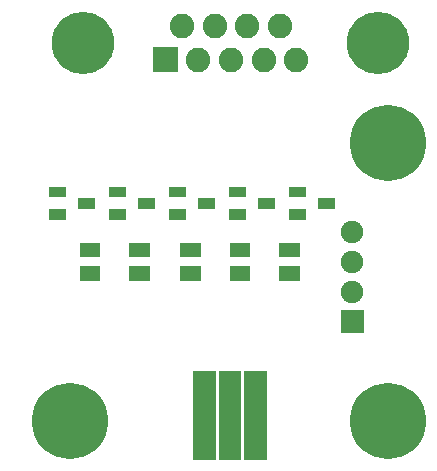
<source format=gbs>
G04 Layer: BottomSolderMaskLayer*
G04 EasyEDA v6.4.14, 2021-02-02T13:22:32--5:00*
G04 99f0f78b573744e3acd602d4f8b6235f,d79a69aa59da4e1fbb9b7d465b79b5da,10*
G04 Gerber Generator version 0.2*
G04 Scale: 100 percent, Rotated: No, Reflected: No *
G04 Dimensions in millimeters *
G04 leading zeros omitted , absolute positions ,4 integer and 5 decimal *
%FSLAX45Y45*%
%MOMM*%

%ADD15R,1.9000X7.5000*%
%ADD31C,1.9032*%
%ADD33C,2.0828*%
%ADD34C,5.2832*%
%ADD35C,6.4532*%

%LPD*%
G36*
X1394714Y774700D02*
G01*
X1394714Y24688D01*
X1584706Y24688D01*
X1584706Y774700D01*
G37*
G36*
X1613408Y774700D02*
G01*
X1613408Y24688D01*
X1803400Y24688D01*
X1803400Y774700D01*
G37*
G36*
X1829307Y774700D02*
G01*
X1829307Y24688D01*
X2019300Y24688D01*
X2019300Y774700D01*
G37*
G36*
X2647950Y1098550D02*
G01*
X2647950Y1289050D01*
X2838450Y1289050D01*
X2838450Y1098550D01*
G37*
D31*
G01*
X2743200Y1447800D03*
G01*
X2743200Y1701800D03*
G01*
X2743200Y1955800D03*
G36*
X1056639Y3309620D02*
G01*
X1056639Y3517900D01*
X1264920Y3517900D01*
X1264920Y3309620D01*
G37*
D33*
G01*
X1437639Y3413760D03*
G01*
X1714500Y3413760D03*
G01*
X1991359Y3413760D03*
G01*
X2268220Y3413760D03*
G01*
X1300479Y3698239D03*
G01*
X1577339Y3698239D03*
G01*
X1851660Y3698239D03*
G01*
X2128520Y3698239D03*
D34*
G01*
X464820Y3556000D03*
G01*
X2964179Y3556000D03*
D15*
G01*
X1924304Y399795D03*
G01*
X1489710Y399795D03*
D35*
G01*
X3048000Y355600D03*
G01*
X355600Y355600D03*
G01*
X3048000Y2705100D03*
G36*
X2452624Y2151887D02*
G01*
X2452624Y2242312D01*
X2597911Y2242312D01*
X2597911Y2151887D01*
G37*
G36*
X2202688Y2246884D02*
G01*
X2202688Y2337307D01*
X2347975Y2337307D01*
X2347975Y2246884D01*
G37*
G36*
X2202688Y2056892D02*
G01*
X2202688Y2147315D01*
X2347975Y2147315D01*
X2347975Y2056892D01*
G37*
G36*
X1944624Y2151887D02*
G01*
X1944624Y2242312D01*
X2089911Y2242312D01*
X2089911Y2151887D01*
G37*
G36*
X1694687Y2246884D02*
G01*
X1694687Y2337307D01*
X1839976Y2337307D01*
X1839976Y2246884D01*
G37*
G36*
X1694687Y2056892D02*
G01*
X1694687Y2147315D01*
X1839976Y2147315D01*
X1839976Y2056892D01*
G37*
G36*
X1436623Y2151887D02*
G01*
X1436623Y2242312D01*
X1581912Y2242312D01*
X1581912Y2151887D01*
G37*
G36*
X1186687Y2246884D02*
G01*
X1186687Y2337307D01*
X1331976Y2337307D01*
X1331976Y2246884D01*
G37*
G36*
X1186687Y2056892D02*
G01*
X1186687Y2147315D01*
X1331976Y2147315D01*
X1331976Y2056892D01*
G37*
G36*
X928623Y2151887D02*
G01*
X928623Y2242312D01*
X1073912Y2242312D01*
X1073912Y2151887D01*
G37*
G36*
X678687Y2246884D02*
G01*
X678687Y2337307D01*
X823976Y2337307D01*
X823976Y2246884D01*
G37*
G36*
X678687Y2056892D02*
G01*
X678687Y2147315D01*
X823976Y2147315D01*
X823976Y2056892D01*
G37*
G36*
X420623Y2151887D02*
G01*
X420623Y2242312D01*
X565912Y2242312D01*
X565912Y2151887D01*
G37*
G36*
X170687Y2246884D02*
G01*
X170687Y2337307D01*
X315976Y2337307D01*
X315976Y2246884D01*
G37*
G36*
X170687Y2056892D02*
G01*
X170687Y2147315D01*
X315976Y2147315D01*
X315976Y2056892D01*
G37*
G36*
X433070Y1541526D02*
G01*
X433070Y1661921D01*
X608329Y1661921D01*
X608329Y1541526D01*
G37*
G36*
X433070Y1741678D02*
G01*
X433070Y1862073D01*
X608329Y1862073D01*
X608329Y1741678D01*
G37*
G36*
X852170Y1541526D02*
G01*
X852170Y1661921D01*
X1027429Y1661921D01*
X1027429Y1541526D01*
G37*
G36*
X852170Y1741678D02*
G01*
X852170Y1862073D01*
X1027429Y1862073D01*
X1027429Y1741678D01*
G37*
G36*
X1283970Y1541526D02*
G01*
X1283970Y1661921D01*
X1459229Y1661921D01*
X1459229Y1541526D01*
G37*
G36*
X1283970Y1741678D02*
G01*
X1283970Y1862073D01*
X1459229Y1862073D01*
X1459229Y1741678D01*
G37*
G36*
X1703070Y1541526D02*
G01*
X1703070Y1661921D01*
X1878329Y1661921D01*
X1878329Y1541526D01*
G37*
G36*
X1703070Y1741678D02*
G01*
X1703070Y1862073D01*
X1878329Y1862073D01*
X1878329Y1741678D01*
G37*
G36*
X2122170Y1541526D02*
G01*
X2122170Y1661921D01*
X2297429Y1661921D01*
X2297429Y1541526D01*
G37*
G36*
X2122170Y1741678D02*
G01*
X2122170Y1862073D01*
X2297429Y1862073D01*
X2297429Y1741678D01*
G37*
M02*

</source>
